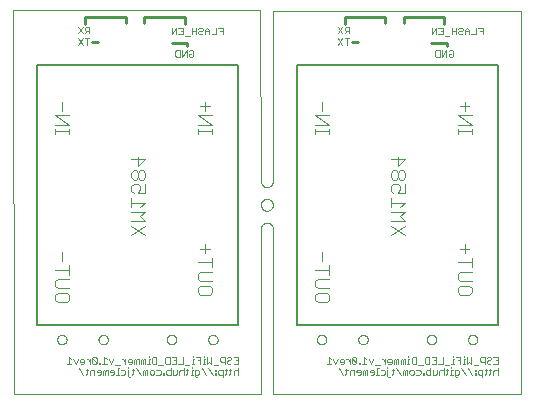
<source format=gbo>
G75*
%MOIN*%
%OFA0B0*%
%FSLAX25Y25*%
%IPPOS*%
%LPD*%
%AMOC8*
5,1,8,0,0,1.08239X$1,22.5*
%
%ADD10C,0.00394*%
%ADD11C,0.01000*%
%ADD12C,0.00200*%
%ADD13C,0.00000*%
%ADD14C,0.00500*%
%ADD15C,0.00400*%
D10*
X0001394Y0001197D02*
X0001197Y0129031D01*
X0083559Y0129031D01*
X0083756Y0072063D01*
X0083755Y0072063D02*
X0083757Y0071976D01*
X0083763Y0071889D01*
X0083772Y0071802D01*
X0083786Y0071716D01*
X0083803Y0071631D01*
X0083824Y0071546D01*
X0083849Y0071463D01*
X0083877Y0071380D01*
X0083909Y0071299D01*
X0083945Y0071220D01*
X0083984Y0071142D01*
X0084026Y0071066D01*
X0084072Y0070992D01*
X0084121Y0070920D01*
X0084173Y0070850D01*
X0084228Y0070783D01*
X0084286Y0070718D01*
X0084347Y0070655D01*
X0084411Y0070596D01*
X0084477Y0070539D01*
X0084546Y0070486D01*
X0084617Y0070435D01*
X0084690Y0070388D01*
X0084765Y0070343D01*
X0084842Y0070303D01*
X0084920Y0070265D01*
X0085001Y0070232D01*
X0085082Y0070201D01*
X0085165Y0070175D01*
X0085250Y0070152D01*
X0085335Y0070133D01*
X0085420Y0070118D01*
X0085507Y0070106D01*
X0085593Y0070098D01*
X0085680Y0070094D01*
X0085768Y0070094D01*
X0085855Y0070098D01*
X0085941Y0070106D01*
X0086028Y0070118D01*
X0086113Y0070133D01*
X0086198Y0070152D01*
X0086283Y0070175D01*
X0086366Y0070201D01*
X0086447Y0070232D01*
X0086528Y0070265D01*
X0086606Y0070303D01*
X0086683Y0070343D01*
X0086758Y0070388D01*
X0086831Y0070435D01*
X0086902Y0070486D01*
X0086971Y0070539D01*
X0087037Y0070596D01*
X0087101Y0070655D01*
X0087162Y0070718D01*
X0087220Y0070783D01*
X0087275Y0070850D01*
X0087327Y0070920D01*
X0087376Y0070992D01*
X0087422Y0071066D01*
X0087464Y0071142D01*
X0087503Y0071220D01*
X0087539Y0071299D01*
X0087571Y0071380D01*
X0087599Y0071463D01*
X0087624Y0071546D01*
X0087645Y0071631D01*
X0087662Y0071716D01*
X0087676Y0071802D01*
X0087685Y0071889D01*
X0087691Y0071976D01*
X0087693Y0072063D01*
X0087693Y0128874D01*
X0170370Y0128874D01*
X0170370Y0001197D01*
X0087693Y0001197D01*
X0087693Y0056315D01*
X0087691Y0056402D01*
X0087685Y0056489D01*
X0087676Y0056576D01*
X0087662Y0056662D01*
X0087645Y0056747D01*
X0087624Y0056832D01*
X0087599Y0056915D01*
X0087571Y0056998D01*
X0087539Y0057079D01*
X0087503Y0057158D01*
X0087464Y0057236D01*
X0087422Y0057312D01*
X0087376Y0057386D01*
X0087327Y0057458D01*
X0087275Y0057528D01*
X0087220Y0057595D01*
X0087162Y0057660D01*
X0087101Y0057723D01*
X0087037Y0057782D01*
X0086971Y0057839D01*
X0086902Y0057892D01*
X0086831Y0057943D01*
X0086758Y0057990D01*
X0086683Y0058035D01*
X0086606Y0058075D01*
X0086528Y0058113D01*
X0086447Y0058146D01*
X0086366Y0058177D01*
X0086283Y0058203D01*
X0086198Y0058226D01*
X0086113Y0058245D01*
X0086028Y0058260D01*
X0085941Y0058272D01*
X0085855Y0058280D01*
X0085768Y0058284D01*
X0085680Y0058284D01*
X0085593Y0058280D01*
X0085507Y0058272D01*
X0085420Y0058260D01*
X0085335Y0058245D01*
X0085250Y0058226D01*
X0085165Y0058203D01*
X0085082Y0058177D01*
X0085001Y0058146D01*
X0084920Y0058113D01*
X0084842Y0058075D01*
X0084765Y0058035D01*
X0084690Y0057990D01*
X0084617Y0057943D01*
X0084546Y0057892D01*
X0084477Y0057839D01*
X0084411Y0057782D01*
X0084347Y0057723D01*
X0084286Y0057660D01*
X0084228Y0057595D01*
X0084173Y0057528D01*
X0084121Y0057458D01*
X0084072Y0057386D01*
X0084026Y0057312D01*
X0083984Y0057236D01*
X0083945Y0057158D01*
X0083909Y0057079D01*
X0083877Y0056998D01*
X0083849Y0056915D01*
X0083824Y0056832D01*
X0083803Y0056747D01*
X0083786Y0056662D01*
X0083772Y0056576D01*
X0083763Y0056489D01*
X0083757Y0056402D01*
X0083755Y0056315D01*
X0083756Y0056315D02*
X0083756Y0001197D01*
X0001394Y0001197D01*
X0083755Y0064189D02*
X0083757Y0064277D01*
X0083763Y0064365D01*
X0083773Y0064453D01*
X0083787Y0064541D01*
X0083804Y0064627D01*
X0083826Y0064713D01*
X0083851Y0064797D01*
X0083881Y0064881D01*
X0083913Y0064963D01*
X0083950Y0065043D01*
X0083990Y0065122D01*
X0084034Y0065199D01*
X0084081Y0065274D01*
X0084131Y0065346D01*
X0084185Y0065417D01*
X0084241Y0065484D01*
X0084301Y0065550D01*
X0084363Y0065612D01*
X0084429Y0065672D01*
X0084496Y0065728D01*
X0084567Y0065782D01*
X0084639Y0065832D01*
X0084714Y0065879D01*
X0084791Y0065923D01*
X0084870Y0065963D01*
X0084950Y0066000D01*
X0085032Y0066032D01*
X0085116Y0066062D01*
X0085200Y0066087D01*
X0085286Y0066109D01*
X0085372Y0066126D01*
X0085460Y0066140D01*
X0085548Y0066150D01*
X0085636Y0066156D01*
X0085724Y0066158D01*
X0085812Y0066156D01*
X0085900Y0066150D01*
X0085988Y0066140D01*
X0086076Y0066126D01*
X0086162Y0066109D01*
X0086248Y0066087D01*
X0086332Y0066062D01*
X0086416Y0066032D01*
X0086498Y0066000D01*
X0086578Y0065963D01*
X0086657Y0065923D01*
X0086734Y0065879D01*
X0086809Y0065832D01*
X0086881Y0065782D01*
X0086952Y0065728D01*
X0087019Y0065672D01*
X0087085Y0065612D01*
X0087147Y0065550D01*
X0087207Y0065484D01*
X0087263Y0065417D01*
X0087317Y0065346D01*
X0087367Y0065274D01*
X0087414Y0065199D01*
X0087458Y0065122D01*
X0087498Y0065043D01*
X0087535Y0064963D01*
X0087567Y0064881D01*
X0087597Y0064797D01*
X0087622Y0064713D01*
X0087644Y0064627D01*
X0087661Y0064541D01*
X0087675Y0064453D01*
X0087685Y0064365D01*
X0087691Y0064277D01*
X0087693Y0064189D01*
X0087691Y0064101D01*
X0087685Y0064013D01*
X0087675Y0063925D01*
X0087661Y0063837D01*
X0087644Y0063751D01*
X0087622Y0063665D01*
X0087597Y0063581D01*
X0087567Y0063497D01*
X0087535Y0063415D01*
X0087498Y0063335D01*
X0087458Y0063256D01*
X0087414Y0063179D01*
X0087367Y0063104D01*
X0087317Y0063032D01*
X0087263Y0062961D01*
X0087207Y0062894D01*
X0087147Y0062828D01*
X0087085Y0062766D01*
X0087019Y0062706D01*
X0086952Y0062650D01*
X0086881Y0062596D01*
X0086809Y0062546D01*
X0086734Y0062499D01*
X0086657Y0062455D01*
X0086578Y0062415D01*
X0086498Y0062378D01*
X0086416Y0062346D01*
X0086332Y0062316D01*
X0086248Y0062291D01*
X0086162Y0062269D01*
X0086076Y0062252D01*
X0085988Y0062238D01*
X0085900Y0062228D01*
X0085812Y0062222D01*
X0085724Y0062220D01*
X0085636Y0062222D01*
X0085548Y0062228D01*
X0085460Y0062238D01*
X0085372Y0062252D01*
X0085286Y0062269D01*
X0085200Y0062291D01*
X0085116Y0062316D01*
X0085032Y0062346D01*
X0084950Y0062378D01*
X0084870Y0062415D01*
X0084791Y0062455D01*
X0084714Y0062499D01*
X0084639Y0062546D01*
X0084567Y0062596D01*
X0084496Y0062650D01*
X0084429Y0062706D01*
X0084363Y0062766D01*
X0084301Y0062828D01*
X0084241Y0062894D01*
X0084185Y0062961D01*
X0084131Y0063032D01*
X0084081Y0063104D01*
X0084034Y0063179D01*
X0083990Y0063256D01*
X0083950Y0063335D01*
X0083913Y0063415D01*
X0083881Y0063497D01*
X0083851Y0063581D01*
X0083826Y0063665D01*
X0083804Y0063751D01*
X0083787Y0063837D01*
X0083773Y0063925D01*
X0083763Y0064013D01*
X0083757Y0064101D01*
X0083755Y0064189D01*
D11*
X0059071Y0116984D02*
X0059071Y0118165D01*
X0053953Y0118165D01*
X0058283Y0124465D02*
X0058283Y0126827D01*
X0044898Y0126827D01*
X0044898Y0124858D01*
X0038598Y0124858D02*
X0038598Y0126827D01*
X0025213Y0126827D01*
X0025213Y0124465D01*
X0027575Y0118559D02*
X0029543Y0118559D01*
X0111827Y0124465D02*
X0111827Y0126827D01*
X0125213Y0126827D01*
X0125213Y0124858D01*
X0131512Y0124858D02*
X0131512Y0126827D01*
X0144898Y0126827D01*
X0144898Y0124465D01*
X0145685Y0118165D02*
X0140567Y0118165D01*
X0145685Y0118165D02*
X0145685Y0116984D01*
X0116157Y0118559D02*
X0114189Y0118559D01*
D12*
X0113105Y0119640D02*
X0111637Y0119640D01*
X0112371Y0119640D02*
X0112371Y0117439D01*
X0110895Y0117439D02*
X0109427Y0119640D01*
X0110895Y0119640D02*
X0109427Y0117439D01*
X0109427Y0121376D02*
X0110895Y0123577D01*
X0111637Y0123210D02*
X0111637Y0122477D01*
X0112004Y0122110D01*
X0113105Y0122110D01*
X0112371Y0122110D02*
X0111637Y0121376D01*
X0110895Y0121376D02*
X0109427Y0123577D01*
X0111637Y0123210D02*
X0112004Y0123577D01*
X0113105Y0123577D01*
X0113105Y0121376D01*
X0140656Y0120982D02*
X0140656Y0123184D01*
X0142124Y0123184D02*
X0140656Y0120982D01*
X0142124Y0120982D02*
X0142124Y0123184D01*
X0142866Y0123184D02*
X0144334Y0123184D01*
X0144334Y0120982D01*
X0142866Y0120982D01*
X0143600Y0122083D02*
X0144334Y0122083D01*
X0145076Y0120615D02*
X0146544Y0120615D01*
X0147285Y0120982D02*
X0147285Y0123184D01*
X0147285Y0122083D02*
X0148753Y0122083D01*
X0149495Y0121716D02*
X0149495Y0121349D01*
X0149862Y0120982D01*
X0150596Y0120982D01*
X0150963Y0121349D01*
X0150596Y0122083D02*
X0149862Y0122083D01*
X0149495Y0121716D01*
X0148753Y0120982D02*
X0148753Y0123184D01*
X0149495Y0122817D02*
X0149862Y0123184D01*
X0150596Y0123184D01*
X0150963Y0122817D01*
X0150963Y0122450D01*
X0150596Y0122083D01*
X0151705Y0122083D02*
X0153173Y0122083D01*
X0153173Y0122450D02*
X0152439Y0123184D01*
X0151705Y0122450D01*
X0151705Y0120982D01*
X0153173Y0120982D02*
X0153173Y0122450D01*
X0153915Y0120982D02*
X0155383Y0120982D01*
X0155383Y0123184D01*
X0156125Y0123184D02*
X0157593Y0123184D01*
X0157593Y0120982D01*
X0157593Y0122083D02*
X0156859Y0122083D01*
X0147750Y0115336D02*
X0147750Y0113869D01*
X0147383Y0113502D01*
X0146649Y0113502D01*
X0146282Y0113869D01*
X0146282Y0114603D01*
X0147016Y0114603D01*
X0146282Y0115336D02*
X0146649Y0115703D01*
X0147383Y0115703D01*
X0147750Y0115336D01*
X0145541Y0115703D02*
X0145541Y0113502D01*
X0144073Y0113502D02*
X0144073Y0115703D01*
X0143331Y0115703D02*
X0142230Y0115703D01*
X0141863Y0115336D01*
X0141863Y0113869D01*
X0142230Y0113502D01*
X0143331Y0113502D01*
X0143331Y0115703D01*
X0145541Y0115703D02*
X0144073Y0113502D01*
X0070979Y0120982D02*
X0070979Y0123184D01*
X0069511Y0123184D01*
X0068769Y0123184D02*
X0068769Y0120982D01*
X0067301Y0120982D01*
X0066559Y0120982D02*
X0066559Y0122450D01*
X0065825Y0123184D01*
X0065091Y0122450D01*
X0065091Y0120982D01*
X0064349Y0121349D02*
X0063982Y0120982D01*
X0063248Y0120982D01*
X0062881Y0121349D01*
X0062881Y0121716D01*
X0063248Y0122083D01*
X0063982Y0122083D01*
X0064349Y0122450D01*
X0064349Y0122817D01*
X0063982Y0123184D01*
X0063248Y0123184D01*
X0062881Y0122817D01*
X0062139Y0123184D02*
X0062139Y0120982D01*
X0062139Y0122083D02*
X0060671Y0122083D01*
X0060671Y0123184D02*
X0060671Y0120982D01*
X0059929Y0120615D02*
X0058461Y0120615D01*
X0057719Y0120982D02*
X0056252Y0120982D01*
X0055510Y0120982D02*
X0055510Y0123184D01*
X0054042Y0120982D01*
X0054042Y0123184D01*
X0056252Y0123184D02*
X0057719Y0123184D01*
X0057719Y0120982D01*
X0057719Y0122083D02*
X0056986Y0122083D01*
X0056716Y0115703D02*
X0055616Y0115703D01*
X0055249Y0115336D01*
X0055249Y0113869D01*
X0055616Y0113502D01*
X0056716Y0113502D01*
X0056716Y0115703D01*
X0057458Y0115703D02*
X0057458Y0113502D01*
X0058926Y0115703D01*
X0058926Y0113502D01*
X0059668Y0113869D02*
X0059668Y0114603D01*
X0060402Y0114603D01*
X0059668Y0115336D02*
X0060035Y0115703D01*
X0060769Y0115703D01*
X0061136Y0115336D01*
X0061136Y0113869D01*
X0060769Y0113502D01*
X0060035Y0113502D01*
X0059668Y0113869D01*
X0065091Y0122083D02*
X0066559Y0122083D01*
X0070245Y0122083D02*
X0070979Y0122083D01*
X0026491Y0122110D02*
X0025390Y0122110D01*
X0025023Y0122477D01*
X0025023Y0123210D01*
X0025390Y0123577D01*
X0026491Y0123577D01*
X0026491Y0121376D01*
X0025757Y0122110D02*
X0025023Y0121376D01*
X0024281Y0121376D02*
X0022813Y0123577D01*
X0024281Y0123577D02*
X0022813Y0121376D01*
X0022813Y0119640D02*
X0024281Y0117439D01*
X0022813Y0117439D02*
X0024281Y0119640D01*
X0025023Y0119640D02*
X0026491Y0119640D01*
X0025757Y0119640D02*
X0025757Y0117439D01*
X0027852Y0013398D02*
X0027485Y0013031D01*
X0028953Y0011563D01*
X0028586Y0011196D01*
X0027852Y0011196D01*
X0027485Y0011563D01*
X0027485Y0013031D01*
X0027852Y0013398D02*
X0028586Y0013398D01*
X0028953Y0013031D01*
X0028953Y0011563D01*
X0029691Y0011563D02*
X0029691Y0011196D01*
X0030058Y0011196D01*
X0030058Y0011563D01*
X0029691Y0011563D01*
X0030800Y0011196D02*
X0032268Y0011196D01*
X0031534Y0011196D02*
X0031534Y0013398D01*
X0032268Y0012664D01*
X0033010Y0012664D02*
X0033743Y0011196D01*
X0034477Y0012664D01*
X0035219Y0010829D02*
X0036687Y0010829D01*
X0036319Y0009798D02*
X0035952Y0009798D01*
X0035952Y0007596D01*
X0036319Y0007596D02*
X0035585Y0007596D01*
X0034846Y0007963D02*
X0034479Y0007596D01*
X0033745Y0007596D01*
X0033378Y0008330D02*
X0034846Y0008330D01*
X0034846Y0007963D02*
X0034846Y0008697D01*
X0034479Y0009064D01*
X0033745Y0009064D01*
X0033378Y0008697D01*
X0033378Y0008330D01*
X0032636Y0007596D02*
X0032636Y0009064D01*
X0032269Y0009064D01*
X0031902Y0008697D01*
X0031535Y0009064D01*
X0031168Y0008697D01*
X0031168Y0007596D01*
X0031902Y0007596D02*
X0031902Y0008697D01*
X0030426Y0008697D02*
X0030059Y0009064D01*
X0029325Y0009064D01*
X0028958Y0008697D01*
X0028958Y0008330D01*
X0030426Y0008330D01*
X0030426Y0007963D02*
X0030426Y0008697D01*
X0030426Y0007963D02*
X0030059Y0007596D01*
X0029325Y0007596D01*
X0028216Y0007596D02*
X0028216Y0009064D01*
X0027115Y0009064D01*
X0026748Y0008697D01*
X0026748Y0007596D01*
X0025639Y0007963D02*
X0025272Y0007596D01*
X0025639Y0007963D02*
X0025639Y0009431D01*
X0026006Y0009064D02*
X0025272Y0009064D01*
X0024533Y0007596D02*
X0023065Y0009798D01*
X0023800Y0011196D02*
X0024534Y0011196D01*
X0024901Y0011563D01*
X0024901Y0012297D01*
X0024534Y0012664D01*
X0023800Y0012664D01*
X0023433Y0012297D01*
X0023433Y0011930D01*
X0024901Y0011930D01*
X0025642Y0012664D02*
X0026009Y0012664D01*
X0026743Y0011930D01*
X0026743Y0011196D02*
X0026743Y0012664D01*
X0022691Y0012664D02*
X0021957Y0011196D01*
X0021224Y0012664D01*
X0020482Y0012664D02*
X0019748Y0013398D01*
X0019748Y0011196D01*
X0020482Y0011196D02*
X0019014Y0011196D01*
X0037061Y0009064D02*
X0038162Y0009064D01*
X0038529Y0008697D01*
X0038529Y0007963D01*
X0038162Y0007596D01*
X0037061Y0007596D01*
X0039268Y0007229D02*
X0039268Y0009064D01*
X0039268Y0009798D02*
X0039268Y0010165D01*
X0039638Y0011196D02*
X0040372Y0011196D01*
X0040739Y0011563D01*
X0040739Y0012297D01*
X0040372Y0012664D01*
X0039638Y0012664D01*
X0039271Y0012297D01*
X0039271Y0011930D01*
X0040739Y0011930D01*
X0041481Y0012297D02*
X0041481Y0011196D01*
X0042215Y0011196D02*
X0042215Y0012297D01*
X0041848Y0012664D01*
X0041481Y0012297D01*
X0042215Y0012297D02*
X0042582Y0012664D01*
X0042949Y0012664D01*
X0042949Y0011196D01*
X0043691Y0011196D02*
X0043691Y0012297D01*
X0044058Y0012664D01*
X0044425Y0012297D01*
X0044425Y0011196D01*
X0045159Y0011196D02*
X0045159Y0012664D01*
X0044792Y0012664D01*
X0044425Y0012297D01*
X0045898Y0011196D02*
X0046632Y0011196D01*
X0046265Y0011196D02*
X0046265Y0012664D01*
X0046632Y0012664D01*
X0046265Y0013398D02*
X0046265Y0013765D01*
X0047374Y0013031D02*
X0047374Y0011563D01*
X0047741Y0011196D01*
X0048842Y0011196D01*
X0048842Y0013398D01*
X0047741Y0013398D01*
X0047374Y0013031D01*
X0049584Y0010829D02*
X0051052Y0010829D01*
X0051794Y0011563D02*
X0051794Y0013031D01*
X0052160Y0013398D01*
X0053261Y0013398D01*
X0053261Y0011196D01*
X0052160Y0011196D01*
X0051794Y0011563D01*
X0054003Y0011196D02*
X0055471Y0011196D01*
X0055471Y0013398D01*
X0054003Y0013398D01*
X0054737Y0012297D02*
X0055471Y0012297D01*
X0056213Y0011196D02*
X0057681Y0011196D01*
X0057681Y0013398D01*
X0058423Y0010829D02*
X0059891Y0010829D01*
X0060630Y0011196D02*
X0061364Y0011196D01*
X0060997Y0011196D02*
X0060997Y0012664D01*
X0061364Y0012664D01*
X0060997Y0013398D02*
X0060997Y0013765D01*
X0062106Y0013398D02*
X0063574Y0013398D01*
X0063574Y0011196D01*
X0064313Y0011196D02*
X0065047Y0011196D01*
X0064680Y0011196D02*
X0064680Y0012664D01*
X0065047Y0012664D01*
X0064680Y0013398D02*
X0064680Y0013765D01*
X0065789Y0013398D02*
X0065789Y0011196D01*
X0066523Y0011930D01*
X0067257Y0011196D01*
X0067257Y0013398D01*
X0067999Y0010829D02*
X0069467Y0010829D01*
X0070576Y0011930D02*
X0070209Y0012297D01*
X0070209Y0013031D01*
X0070576Y0013398D01*
X0071677Y0013398D01*
X0071677Y0011196D01*
X0071677Y0011930D02*
X0070576Y0011930D01*
X0072419Y0011930D02*
X0072786Y0012297D01*
X0073520Y0012297D01*
X0073887Y0012664D01*
X0073887Y0013031D01*
X0073520Y0013398D01*
X0072786Y0013398D01*
X0072419Y0013031D01*
X0072419Y0011930D02*
X0072419Y0011563D01*
X0072786Y0011196D01*
X0073520Y0011196D01*
X0073887Y0011563D01*
X0074629Y0011196D02*
X0076097Y0011196D01*
X0076097Y0013398D01*
X0074629Y0013398D01*
X0075363Y0012297D02*
X0076097Y0012297D01*
X0076097Y0009798D02*
X0076097Y0007596D01*
X0076097Y0008697D02*
X0075730Y0009064D01*
X0074996Y0009064D01*
X0074629Y0008697D01*
X0074629Y0007596D01*
X0073520Y0007963D02*
X0073153Y0007596D01*
X0073520Y0007963D02*
X0073520Y0009431D01*
X0073887Y0009064D02*
X0073153Y0009064D01*
X0072414Y0009064D02*
X0071680Y0009064D01*
X0072047Y0009431D02*
X0072047Y0007963D01*
X0071680Y0007596D01*
X0070940Y0007596D02*
X0069840Y0007596D01*
X0069473Y0007963D01*
X0069473Y0008697D01*
X0069840Y0009064D01*
X0070940Y0009064D01*
X0070940Y0006862D01*
X0068731Y0007596D02*
X0068731Y0007963D01*
X0068364Y0007963D01*
X0068364Y0007596D01*
X0068731Y0007596D01*
X0068731Y0008697D02*
X0068364Y0008697D01*
X0068364Y0009064D01*
X0068731Y0009064D01*
X0068731Y0008697D01*
X0067626Y0007596D02*
X0066158Y0009798D01*
X0063948Y0009798D02*
X0065416Y0007596D01*
X0063206Y0007963D02*
X0062839Y0007596D01*
X0061738Y0007596D01*
X0061738Y0007229D02*
X0061738Y0009064D01*
X0062839Y0009064D01*
X0063206Y0008697D01*
X0063206Y0007963D01*
X0062472Y0006862D02*
X0062105Y0006862D01*
X0061738Y0007229D01*
X0060996Y0007596D02*
X0060262Y0007596D01*
X0060629Y0007596D02*
X0060629Y0009064D01*
X0060996Y0009064D01*
X0060629Y0009798D02*
X0060629Y0010165D01*
X0059523Y0009064D02*
X0058789Y0009064D01*
X0059156Y0009431D02*
X0059156Y0007963D01*
X0058789Y0007596D01*
X0058050Y0007596D02*
X0058050Y0009798D01*
X0057683Y0009064D02*
X0056949Y0009064D01*
X0056582Y0008697D01*
X0056582Y0007596D01*
X0055840Y0007963D02*
X0055473Y0007596D01*
X0054372Y0007596D01*
X0054372Y0009064D01*
X0053630Y0009064D02*
X0052529Y0009064D01*
X0052162Y0008697D01*
X0052162Y0007963D01*
X0052529Y0007596D01*
X0053630Y0007596D01*
X0053630Y0009798D01*
X0055840Y0009064D02*
X0055840Y0007963D01*
X0057683Y0009064D02*
X0058050Y0008697D01*
X0062840Y0012297D02*
X0063574Y0012297D01*
X0051420Y0007963D02*
X0051420Y0007596D01*
X0051053Y0007596D01*
X0051053Y0007963D01*
X0051420Y0007963D01*
X0050315Y0007963D02*
X0049948Y0007596D01*
X0048847Y0007596D01*
X0048105Y0007963D02*
X0047738Y0007596D01*
X0047004Y0007596D01*
X0046637Y0007963D01*
X0046637Y0008697D01*
X0047004Y0009064D01*
X0047738Y0009064D01*
X0048105Y0008697D01*
X0048105Y0007963D01*
X0048847Y0009064D02*
X0049948Y0009064D01*
X0050315Y0008697D01*
X0050315Y0007963D01*
X0045895Y0007596D02*
X0045895Y0009064D01*
X0045528Y0009064D01*
X0045161Y0008697D01*
X0044794Y0009064D01*
X0044427Y0008697D01*
X0044427Y0007596D01*
X0045161Y0007596D02*
X0045161Y0008697D01*
X0043685Y0007596D02*
X0042217Y0009798D01*
X0041475Y0009064D02*
X0040741Y0009064D01*
X0041108Y0009431D02*
X0041108Y0007963D01*
X0040741Y0007596D01*
X0040002Y0006862D02*
X0039635Y0006862D01*
X0039268Y0007229D01*
X0038529Y0011196D02*
X0038529Y0012664D01*
X0038529Y0011930D02*
X0037795Y0012664D01*
X0037428Y0012664D01*
X0105628Y0011196D02*
X0107096Y0011196D01*
X0106362Y0011196D02*
X0106362Y0013398D01*
X0107096Y0012664D01*
X0107838Y0012664D02*
X0108572Y0011196D01*
X0109306Y0012664D01*
X0110048Y0012297D02*
X0110048Y0011930D01*
X0111515Y0011930D01*
X0111515Y0011563D02*
X0111515Y0012297D01*
X0111148Y0012664D01*
X0110415Y0012664D01*
X0110048Y0012297D01*
X0110415Y0011196D02*
X0111148Y0011196D01*
X0111515Y0011563D01*
X0112256Y0012664D02*
X0112623Y0012664D01*
X0113357Y0011930D01*
X0113357Y0011196D02*
X0113357Y0012664D01*
X0114099Y0013031D02*
X0115567Y0011563D01*
X0115200Y0011196D01*
X0114466Y0011196D01*
X0114099Y0011563D01*
X0114099Y0013031D01*
X0114466Y0013398D01*
X0115200Y0013398D01*
X0115567Y0013031D01*
X0115567Y0011563D01*
X0116305Y0011563D02*
X0116305Y0011196D01*
X0116672Y0011196D01*
X0116672Y0011563D01*
X0116305Y0011563D01*
X0117414Y0011196D02*
X0118882Y0011196D01*
X0118148Y0011196D02*
X0118148Y0013398D01*
X0118882Y0012664D01*
X0119624Y0012664D02*
X0120358Y0011196D01*
X0121092Y0012664D01*
X0121834Y0010829D02*
X0123302Y0010829D01*
X0122933Y0009798D02*
X0122566Y0009798D01*
X0122566Y0007596D01*
X0122933Y0007596D02*
X0122199Y0007596D01*
X0121460Y0007963D02*
X0121460Y0008697D01*
X0121093Y0009064D01*
X0120359Y0009064D01*
X0119992Y0008697D01*
X0119992Y0008330D01*
X0121460Y0008330D01*
X0121460Y0007963D02*
X0121093Y0007596D01*
X0120359Y0007596D01*
X0119250Y0007596D02*
X0119250Y0009064D01*
X0118883Y0009064D01*
X0118516Y0008697D01*
X0118149Y0009064D01*
X0117782Y0008697D01*
X0117782Y0007596D01*
X0118516Y0007596D02*
X0118516Y0008697D01*
X0117040Y0008697D02*
X0116673Y0009064D01*
X0115939Y0009064D01*
X0115572Y0008697D01*
X0115572Y0008330D01*
X0117040Y0008330D01*
X0117040Y0007963D02*
X0117040Y0008697D01*
X0117040Y0007963D02*
X0116673Y0007596D01*
X0115939Y0007596D01*
X0114830Y0007596D02*
X0114830Y0009064D01*
X0113729Y0009064D01*
X0113362Y0008697D01*
X0113362Y0007596D01*
X0112253Y0007963D02*
X0111886Y0007596D01*
X0112253Y0007963D02*
X0112253Y0009431D01*
X0112620Y0009064D02*
X0111886Y0009064D01*
X0111147Y0007596D02*
X0109679Y0009798D01*
X0123675Y0009064D02*
X0124776Y0009064D01*
X0125143Y0008697D01*
X0125143Y0007963D01*
X0124776Y0007596D01*
X0123675Y0007596D01*
X0125882Y0007229D02*
X0125882Y0009064D01*
X0125882Y0009798D02*
X0125882Y0010165D01*
X0126252Y0011196D02*
X0126986Y0011196D01*
X0127353Y0011563D01*
X0127353Y0012297D01*
X0126986Y0012664D01*
X0126252Y0012664D01*
X0125885Y0012297D01*
X0125885Y0011930D01*
X0127353Y0011930D01*
X0128095Y0012297D02*
X0128095Y0011196D01*
X0128829Y0011196D02*
X0128829Y0012297D01*
X0128462Y0012664D01*
X0128095Y0012297D01*
X0128829Y0012297D02*
X0129196Y0012664D01*
X0129563Y0012664D01*
X0129563Y0011196D01*
X0130305Y0011196D02*
X0130305Y0012297D01*
X0130672Y0012664D01*
X0131039Y0012297D01*
X0131039Y0011196D01*
X0131773Y0011196D02*
X0131773Y0012664D01*
X0131406Y0012664D01*
X0131039Y0012297D01*
X0132512Y0011196D02*
X0133246Y0011196D01*
X0132879Y0011196D02*
X0132879Y0012664D01*
X0133246Y0012664D01*
X0132879Y0013398D02*
X0132879Y0013765D01*
X0133988Y0013031D02*
X0133988Y0011563D01*
X0134355Y0011196D01*
X0135456Y0011196D01*
X0135456Y0013398D01*
X0134355Y0013398D01*
X0133988Y0013031D01*
X0136198Y0010829D02*
X0137666Y0010829D01*
X0138408Y0011563D02*
X0138408Y0013031D01*
X0138775Y0013398D01*
X0139876Y0013398D01*
X0139876Y0011196D01*
X0138775Y0011196D01*
X0138408Y0011563D01*
X0140618Y0011196D02*
X0142085Y0011196D01*
X0142085Y0013398D01*
X0140618Y0013398D01*
X0141352Y0012297D02*
X0142085Y0012297D01*
X0142827Y0011196D02*
X0144295Y0011196D01*
X0144295Y0013398D01*
X0145037Y0010829D02*
X0146505Y0010829D01*
X0147245Y0011196D02*
X0147978Y0011196D01*
X0147612Y0011196D02*
X0147612Y0012664D01*
X0147978Y0012664D01*
X0147612Y0013398D02*
X0147612Y0013765D01*
X0148720Y0013398D02*
X0150188Y0013398D01*
X0150188Y0011196D01*
X0150928Y0011196D02*
X0151662Y0011196D01*
X0151295Y0011196D02*
X0151295Y0012664D01*
X0151662Y0012664D01*
X0151295Y0013398D02*
X0151295Y0013765D01*
X0152404Y0013398D02*
X0152404Y0011196D01*
X0153138Y0011930D01*
X0153872Y0011196D01*
X0153872Y0013398D01*
X0154613Y0010829D02*
X0156081Y0010829D01*
X0157190Y0011930D02*
X0156823Y0012297D01*
X0156823Y0013031D01*
X0157190Y0013398D01*
X0158291Y0013398D01*
X0158291Y0011196D01*
X0158291Y0011930D02*
X0157190Y0011930D01*
X0159033Y0011930D02*
X0159400Y0012297D01*
X0160134Y0012297D01*
X0160501Y0012664D01*
X0160501Y0013031D01*
X0160134Y0013398D01*
X0159400Y0013398D01*
X0159033Y0013031D01*
X0159033Y0011930D02*
X0159033Y0011563D01*
X0159400Y0011196D01*
X0160134Y0011196D01*
X0160501Y0011563D01*
X0161243Y0011196D02*
X0162711Y0011196D01*
X0162711Y0013398D01*
X0161243Y0013398D01*
X0161977Y0012297D02*
X0162711Y0012297D01*
X0162711Y0009798D02*
X0162711Y0007596D01*
X0162711Y0008697D02*
X0162344Y0009064D01*
X0161610Y0009064D01*
X0161243Y0008697D01*
X0161243Y0007596D01*
X0160134Y0007963D02*
X0159767Y0007596D01*
X0160134Y0007963D02*
X0160134Y0009431D01*
X0160501Y0009064D02*
X0159767Y0009064D01*
X0159028Y0009064D02*
X0158294Y0009064D01*
X0158661Y0009431D02*
X0158661Y0007963D01*
X0158294Y0007596D01*
X0157555Y0007596D02*
X0156454Y0007596D01*
X0156087Y0007963D01*
X0156087Y0008697D01*
X0156454Y0009064D01*
X0157555Y0009064D01*
X0157555Y0006862D01*
X0155345Y0007596D02*
X0155345Y0007963D01*
X0154978Y0007963D01*
X0154978Y0007596D01*
X0155345Y0007596D01*
X0155345Y0008697D02*
X0155345Y0009064D01*
X0154978Y0009064D01*
X0154978Y0008697D01*
X0155345Y0008697D01*
X0154240Y0007596D02*
X0152772Y0009798D01*
X0150562Y0009798D02*
X0152030Y0007596D01*
X0149820Y0007963D02*
X0149453Y0007596D01*
X0148352Y0007596D01*
X0148352Y0007229D02*
X0148352Y0009064D01*
X0149453Y0009064D01*
X0149820Y0008697D01*
X0149820Y0007963D01*
X0149086Y0006862D02*
X0148719Y0006862D01*
X0148352Y0007229D01*
X0147610Y0007596D02*
X0146876Y0007596D01*
X0147243Y0007596D02*
X0147243Y0009064D01*
X0147610Y0009064D01*
X0147243Y0009798D02*
X0147243Y0010165D01*
X0146137Y0009064D02*
X0145403Y0009064D01*
X0145770Y0009431D02*
X0145770Y0007963D01*
X0145403Y0007596D01*
X0144664Y0007596D02*
X0144664Y0009798D01*
X0144297Y0009064D02*
X0143563Y0009064D01*
X0143196Y0008697D01*
X0143196Y0007596D01*
X0142454Y0007963D02*
X0142087Y0007596D01*
X0140986Y0007596D01*
X0140986Y0009064D01*
X0140244Y0009064D02*
X0139143Y0009064D01*
X0138776Y0008697D01*
X0138776Y0007963D01*
X0139143Y0007596D01*
X0140244Y0007596D01*
X0140244Y0009798D01*
X0138034Y0007963D02*
X0137667Y0007963D01*
X0137667Y0007596D01*
X0138034Y0007596D01*
X0138034Y0007963D01*
X0136929Y0007963D02*
X0136562Y0007596D01*
X0135461Y0007596D01*
X0134719Y0007963D02*
X0134352Y0007596D01*
X0133618Y0007596D01*
X0133251Y0007963D01*
X0133251Y0008697D01*
X0133618Y0009064D01*
X0134352Y0009064D01*
X0134719Y0008697D01*
X0134719Y0007963D01*
X0135461Y0009064D02*
X0136562Y0009064D01*
X0136929Y0008697D01*
X0136929Y0007963D01*
X0132509Y0007596D02*
X0132509Y0009064D01*
X0132142Y0009064D01*
X0131775Y0008697D01*
X0131408Y0009064D01*
X0131041Y0008697D01*
X0131041Y0007596D01*
X0131775Y0007596D02*
X0131775Y0008697D01*
X0130299Y0007596D02*
X0128832Y0009798D01*
X0128090Y0009064D02*
X0127356Y0009064D01*
X0127723Y0009431D02*
X0127723Y0007963D01*
X0127356Y0007596D01*
X0126616Y0006862D02*
X0126249Y0006862D01*
X0125882Y0007229D01*
X0125143Y0011196D02*
X0125143Y0012664D01*
X0124409Y0012664D02*
X0124042Y0012664D01*
X0124409Y0012664D02*
X0125143Y0011930D01*
X0142454Y0009064D02*
X0142454Y0007963D01*
X0144297Y0009064D02*
X0144664Y0008697D01*
X0149454Y0012297D02*
X0150188Y0012297D01*
D13*
X0152771Y0019268D02*
X0152773Y0019347D01*
X0152779Y0019426D01*
X0152789Y0019505D01*
X0152803Y0019583D01*
X0152820Y0019660D01*
X0152842Y0019736D01*
X0152867Y0019811D01*
X0152897Y0019884D01*
X0152929Y0019956D01*
X0152966Y0020027D01*
X0153006Y0020095D01*
X0153049Y0020161D01*
X0153095Y0020225D01*
X0153145Y0020287D01*
X0153198Y0020346D01*
X0153253Y0020402D01*
X0153312Y0020456D01*
X0153373Y0020506D01*
X0153436Y0020554D01*
X0153502Y0020598D01*
X0153570Y0020639D01*
X0153640Y0020676D01*
X0153711Y0020710D01*
X0153785Y0020740D01*
X0153859Y0020766D01*
X0153935Y0020788D01*
X0154012Y0020807D01*
X0154090Y0020822D01*
X0154168Y0020833D01*
X0154247Y0020840D01*
X0154326Y0020843D01*
X0154405Y0020842D01*
X0154484Y0020837D01*
X0154563Y0020828D01*
X0154641Y0020815D01*
X0154718Y0020798D01*
X0154795Y0020778D01*
X0154870Y0020753D01*
X0154944Y0020725D01*
X0155017Y0020693D01*
X0155087Y0020658D01*
X0155156Y0020619D01*
X0155223Y0020576D01*
X0155288Y0020530D01*
X0155350Y0020482D01*
X0155410Y0020430D01*
X0155467Y0020375D01*
X0155521Y0020317D01*
X0155572Y0020257D01*
X0155620Y0020194D01*
X0155665Y0020129D01*
X0155707Y0020061D01*
X0155745Y0019992D01*
X0155779Y0019921D01*
X0155810Y0019848D01*
X0155838Y0019773D01*
X0155861Y0019698D01*
X0155881Y0019621D01*
X0155897Y0019544D01*
X0155909Y0019465D01*
X0155917Y0019387D01*
X0155921Y0019308D01*
X0155921Y0019228D01*
X0155917Y0019149D01*
X0155909Y0019071D01*
X0155897Y0018992D01*
X0155881Y0018915D01*
X0155861Y0018838D01*
X0155838Y0018763D01*
X0155810Y0018688D01*
X0155779Y0018615D01*
X0155745Y0018544D01*
X0155707Y0018475D01*
X0155665Y0018407D01*
X0155620Y0018342D01*
X0155572Y0018279D01*
X0155521Y0018219D01*
X0155467Y0018161D01*
X0155410Y0018106D01*
X0155350Y0018054D01*
X0155288Y0018006D01*
X0155223Y0017960D01*
X0155156Y0017917D01*
X0155087Y0017878D01*
X0155017Y0017843D01*
X0154944Y0017811D01*
X0154870Y0017783D01*
X0154795Y0017758D01*
X0154718Y0017738D01*
X0154641Y0017721D01*
X0154563Y0017708D01*
X0154484Y0017699D01*
X0154405Y0017694D01*
X0154326Y0017693D01*
X0154247Y0017696D01*
X0154168Y0017703D01*
X0154090Y0017714D01*
X0154012Y0017729D01*
X0153935Y0017748D01*
X0153859Y0017770D01*
X0153785Y0017796D01*
X0153711Y0017826D01*
X0153640Y0017860D01*
X0153570Y0017897D01*
X0153502Y0017938D01*
X0153436Y0017982D01*
X0153373Y0018030D01*
X0153312Y0018080D01*
X0153253Y0018134D01*
X0153198Y0018190D01*
X0153145Y0018249D01*
X0153095Y0018311D01*
X0153049Y0018375D01*
X0153006Y0018441D01*
X0152966Y0018509D01*
X0152929Y0018580D01*
X0152897Y0018652D01*
X0152867Y0018725D01*
X0152842Y0018800D01*
X0152820Y0018876D01*
X0152803Y0018953D01*
X0152789Y0019031D01*
X0152779Y0019110D01*
X0152773Y0019189D01*
X0152771Y0019268D01*
X0138992Y0019268D02*
X0138994Y0019347D01*
X0139000Y0019426D01*
X0139010Y0019505D01*
X0139024Y0019583D01*
X0139041Y0019660D01*
X0139063Y0019736D01*
X0139088Y0019811D01*
X0139118Y0019884D01*
X0139150Y0019956D01*
X0139187Y0020027D01*
X0139227Y0020095D01*
X0139270Y0020161D01*
X0139316Y0020225D01*
X0139366Y0020287D01*
X0139419Y0020346D01*
X0139474Y0020402D01*
X0139533Y0020456D01*
X0139594Y0020506D01*
X0139657Y0020554D01*
X0139723Y0020598D01*
X0139791Y0020639D01*
X0139861Y0020676D01*
X0139932Y0020710D01*
X0140006Y0020740D01*
X0140080Y0020766D01*
X0140156Y0020788D01*
X0140233Y0020807D01*
X0140311Y0020822D01*
X0140389Y0020833D01*
X0140468Y0020840D01*
X0140547Y0020843D01*
X0140626Y0020842D01*
X0140705Y0020837D01*
X0140784Y0020828D01*
X0140862Y0020815D01*
X0140939Y0020798D01*
X0141016Y0020778D01*
X0141091Y0020753D01*
X0141165Y0020725D01*
X0141238Y0020693D01*
X0141308Y0020658D01*
X0141377Y0020619D01*
X0141444Y0020576D01*
X0141509Y0020530D01*
X0141571Y0020482D01*
X0141631Y0020430D01*
X0141688Y0020375D01*
X0141742Y0020317D01*
X0141793Y0020257D01*
X0141841Y0020194D01*
X0141886Y0020129D01*
X0141928Y0020061D01*
X0141966Y0019992D01*
X0142000Y0019921D01*
X0142031Y0019848D01*
X0142059Y0019773D01*
X0142082Y0019698D01*
X0142102Y0019621D01*
X0142118Y0019544D01*
X0142130Y0019465D01*
X0142138Y0019387D01*
X0142142Y0019308D01*
X0142142Y0019228D01*
X0142138Y0019149D01*
X0142130Y0019071D01*
X0142118Y0018992D01*
X0142102Y0018915D01*
X0142082Y0018838D01*
X0142059Y0018763D01*
X0142031Y0018688D01*
X0142000Y0018615D01*
X0141966Y0018544D01*
X0141928Y0018475D01*
X0141886Y0018407D01*
X0141841Y0018342D01*
X0141793Y0018279D01*
X0141742Y0018219D01*
X0141688Y0018161D01*
X0141631Y0018106D01*
X0141571Y0018054D01*
X0141509Y0018006D01*
X0141444Y0017960D01*
X0141377Y0017917D01*
X0141308Y0017878D01*
X0141238Y0017843D01*
X0141165Y0017811D01*
X0141091Y0017783D01*
X0141016Y0017758D01*
X0140939Y0017738D01*
X0140862Y0017721D01*
X0140784Y0017708D01*
X0140705Y0017699D01*
X0140626Y0017694D01*
X0140547Y0017693D01*
X0140468Y0017696D01*
X0140389Y0017703D01*
X0140311Y0017714D01*
X0140233Y0017729D01*
X0140156Y0017748D01*
X0140080Y0017770D01*
X0140006Y0017796D01*
X0139932Y0017826D01*
X0139861Y0017860D01*
X0139791Y0017897D01*
X0139723Y0017938D01*
X0139657Y0017982D01*
X0139594Y0018030D01*
X0139533Y0018080D01*
X0139474Y0018134D01*
X0139419Y0018190D01*
X0139366Y0018249D01*
X0139316Y0018311D01*
X0139270Y0018375D01*
X0139227Y0018441D01*
X0139187Y0018509D01*
X0139150Y0018580D01*
X0139118Y0018652D01*
X0139088Y0018725D01*
X0139063Y0018800D01*
X0139041Y0018876D01*
X0139024Y0018953D01*
X0139010Y0019031D01*
X0139000Y0019110D01*
X0138994Y0019189D01*
X0138992Y0019268D01*
X0116197Y0019268D02*
X0116199Y0019347D01*
X0116205Y0019426D01*
X0116215Y0019505D01*
X0116229Y0019583D01*
X0116246Y0019660D01*
X0116268Y0019736D01*
X0116293Y0019811D01*
X0116323Y0019884D01*
X0116355Y0019956D01*
X0116392Y0020027D01*
X0116432Y0020095D01*
X0116475Y0020161D01*
X0116521Y0020225D01*
X0116571Y0020287D01*
X0116624Y0020346D01*
X0116679Y0020402D01*
X0116738Y0020456D01*
X0116799Y0020506D01*
X0116862Y0020554D01*
X0116928Y0020598D01*
X0116996Y0020639D01*
X0117066Y0020676D01*
X0117137Y0020710D01*
X0117211Y0020740D01*
X0117285Y0020766D01*
X0117361Y0020788D01*
X0117438Y0020807D01*
X0117516Y0020822D01*
X0117594Y0020833D01*
X0117673Y0020840D01*
X0117752Y0020843D01*
X0117831Y0020842D01*
X0117910Y0020837D01*
X0117989Y0020828D01*
X0118067Y0020815D01*
X0118144Y0020798D01*
X0118221Y0020778D01*
X0118296Y0020753D01*
X0118370Y0020725D01*
X0118443Y0020693D01*
X0118513Y0020658D01*
X0118582Y0020619D01*
X0118649Y0020576D01*
X0118714Y0020530D01*
X0118776Y0020482D01*
X0118836Y0020430D01*
X0118893Y0020375D01*
X0118947Y0020317D01*
X0118998Y0020257D01*
X0119046Y0020194D01*
X0119091Y0020129D01*
X0119133Y0020061D01*
X0119171Y0019992D01*
X0119205Y0019921D01*
X0119236Y0019848D01*
X0119264Y0019773D01*
X0119287Y0019698D01*
X0119307Y0019621D01*
X0119323Y0019544D01*
X0119335Y0019465D01*
X0119343Y0019387D01*
X0119347Y0019308D01*
X0119347Y0019228D01*
X0119343Y0019149D01*
X0119335Y0019071D01*
X0119323Y0018992D01*
X0119307Y0018915D01*
X0119287Y0018838D01*
X0119264Y0018763D01*
X0119236Y0018688D01*
X0119205Y0018615D01*
X0119171Y0018544D01*
X0119133Y0018475D01*
X0119091Y0018407D01*
X0119046Y0018342D01*
X0118998Y0018279D01*
X0118947Y0018219D01*
X0118893Y0018161D01*
X0118836Y0018106D01*
X0118776Y0018054D01*
X0118714Y0018006D01*
X0118649Y0017960D01*
X0118582Y0017917D01*
X0118513Y0017878D01*
X0118443Y0017843D01*
X0118370Y0017811D01*
X0118296Y0017783D01*
X0118221Y0017758D01*
X0118144Y0017738D01*
X0118067Y0017721D01*
X0117989Y0017708D01*
X0117910Y0017699D01*
X0117831Y0017694D01*
X0117752Y0017693D01*
X0117673Y0017696D01*
X0117594Y0017703D01*
X0117516Y0017714D01*
X0117438Y0017729D01*
X0117361Y0017748D01*
X0117285Y0017770D01*
X0117211Y0017796D01*
X0117137Y0017826D01*
X0117066Y0017860D01*
X0116996Y0017897D01*
X0116928Y0017938D01*
X0116862Y0017982D01*
X0116799Y0018030D01*
X0116738Y0018080D01*
X0116679Y0018134D01*
X0116624Y0018190D01*
X0116571Y0018249D01*
X0116521Y0018311D01*
X0116475Y0018375D01*
X0116432Y0018441D01*
X0116392Y0018509D01*
X0116355Y0018580D01*
X0116323Y0018652D01*
X0116293Y0018725D01*
X0116268Y0018800D01*
X0116246Y0018876D01*
X0116229Y0018953D01*
X0116215Y0019031D01*
X0116205Y0019110D01*
X0116199Y0019189D01*
X0116197Y0019268D01*
X0102417Y0019268D02*
X0102419Y0019347D01*
X0102425Y0019426D01*
X0102435Y0019505D01*
X0102449Y0019583D01*
X0102466Y0019660D01*
X0102488Y0019736D01*
X0102513Y0019811D01*
X0102543Y0019884D01*
X0102575Y0019956D01*
X0102612Y0020027D01*
X0102652Y0020095D01*
X0102695Y0020161D01*
X0102741Y0020225D01*
X0102791Y0020287D01*
X0102844Y0020346D01*
X0102899Y0020402D01*
X0102958Y0020456D01*
X0103019Y0020506D01*
X0103082Y0020554D01*
X0103148Y0020598D01*
X0103216Y0020639D01*
X0103286Y0020676D01*
X0103357Y0020710D01*
X0103431Y0020740D01*
X0103505Y0020766D01*
X0103581Y0020788D01*
X0103658Y0020807D01*
X0103736Y0020822D01*
X0103814Y0020833D01*
X0103893Y0020840D01*
X0103972Y0020843D01*
X0104051Y0020842D01*
X0104130Y0020837D01*
X0104209Y0020828D01*
X0104287Y0020815D01*
X0104364Y0020798D01*
X0104441Y0020778D01*
X0104516Y0020753D01*
X0104590Y0020725D01*
X0104663Y0020693D01*
X0104733Y0020658D01*
X0104802Y0020619D01*
X0104869Y0020576D01*
X0104934Y0020530D01*
X0104996Y0020482D01*
X0105056Y0020430D01*
X0105113Y0020375D01*
X0105167Y0020317D01*
X0105218Y0020257D01*
X0105266Y0020194D01*
X0105311Y0020129D01*
X0105353Y0020061D01*
X0105391Y0019992D01*
X0105425Y0019921D01*
X0105456Y0019848D01*
X0105484Y0019773D01*
X0105507Y0019698D01*
X0105527Y0019621D01*
X0105543Y0019544D01*
X0105555Y0019465D01*
X0105563Y0019387D01*
X0105567Y0019308D01*
X0105567Y0019228D01*
X0105563Y0019149D01*
X0105555Y0019071D01*
X0105543Y0018992D01*
X0105527Y0018915D01*
X0105507Y0018838D01*
X0105484Y0018763D01*
X0105456Y0018688D01*
X0105425Y0018615D01*
X0105391Y0018544D01*
X0105353Y0018475D01*
X0105311Y0018407D01*
X0105266Y0018342D01*
X0105218Y0018279D01*
X0105167Y0018219D01*
X0105113Y0018161D01*
X0105056Y0018106D01*
X0104996Y0018054D01*
X0104934Y0018006D01*
X0104869Y0017960D01*
X0104802Y0017917D01*
X0104733Y0017878D01*
X0104663Y0017843D01*
X0104590Y0017811D01*
X0104516Y0017783D01*
X0104441Y0017758D01*
X0104364Y0017738D01*
X0104287Y0017721D01*
X0104209Y0017708D01*
X0104130Y0017699D01*
X0104051Y0017694D01*
X0103972Y0017693D01*
X0103893Y0017696D01*
X0103814Y0017703D01*
X0103736Y0017714D01*
X0103658Y0017729D01*
X0103581Y0017748D01*
X0103505Y0017770D01*
X0103431Y0017796D01*
X0103357Y0017826D01*
X0103286Y0017860D01*
X0103216Y0017897D01*
X0103148Y0017938D01*
X0103082Y0017982D01*
X0103019Y0018030D01*
X0102958Y0018080D01*
X0102899Y0018134D01*
X0102844Y0018190D01*
X0102791Y0018249D01*
X0102741Y0018311D01*
X0102695Y0018375D01*
X0102652Y0018441D01*
X0102612Y0018509D01*
X0102575Y0018580D01*
X0102543Y0018652D01*
X0102513Y0018725D01*
X0102488Y0018800D01*
X0102466Y0018876D01*
X0102449Y0018953D01*
X0102435Y0019031D01*
X0102425Y0019110D01*
X0102419Y0019189D01*
X0102417Y0019268D01*
X0066157Y0019268D02*
X0066159Y0019347D01*
X0066165Y0019426D01*
X0066175Y0019505D01*
X0066189Y0019583D01*
X0066206Y0019660D01*
X0066228Y0019736D01*
X0066253Y0019811D01*
X0066283Y0019884D01*
X0066315Y0019956D01*
X0066352Y0020027D01*
X0066392Y0020095D01*
X0066435Y0020161D01*
X0066481Y0020225D01*
X0066531Y0020287D01*
X0066584Y0020346D01*
X0066639Y0020402D01*
X0066698Y0020456D01*
X0066759Y0020506D01*
X0066822Y0020554D01*
X0066888Y0020598D01*
X0066956Y0020639D01*
X0067026Y0020676D01*
X0067097Y0020710D01*
X0067171Y0020740D01*
X0067245Y0020766D01*
X0067321Y0020788D01*
X0067398Y0020807D01*
X0067476Y0020822D01*
X0067554Y0020833D01*
X0067633Y0020840D01*
X0067712Y0020843D01*
X0067791Y0020842D01*
X0067870Y0020837D01*
X0067949Y0020828D01*
X0068027Y0020815D01*
X0068104Y0020798D01*
X0068181Y0020778D01*
X0068256Y0020753D01*
X0068330Y0020725D01*
X0068403Y0020693D01*
X0068473Y0020658D01*
X0068542Y0020619D01*
X0068609Y0020576D01*
X0068674Y0020530D01*
X0068736Y0020482D01*
X0068796Y0020430D01*
X0068853Y0020375D01*
X0068907Y0020317D01*
X0068958Y0020257D01*
X0069006Y0020194D01*
X0069051Y0020129D01*
X0069093Y0020061D01*
X0069131Y0019992D01*
X0069165Y0019921D01*
X0069196Y0019848D01*
X0069224Y0019773D01*
X0069247Y0019698D01*
X0069267Y0019621D01*
X0069283Y0019544D01*
X0069295Y0019465D01*
X0069303Y0019387D01*
X0069307Y0019308D01*
X0069307Y0019228D01*
X0069303Y0019149D01*
X0069295Y0019071D01*
X0069283Y0018992D01*
X0069267Y0018915D01*
X0069247Y0018838D01*
X0069224Y0018763D01*
X0069196Y0018688D01*
X0069165Y0018615D01*
X0069131Y0018544D01*
X0069093Y0018475D01*
X0069051Y0018407D01*
X0069006Y0018342D01*
X0068958Y0018279D01*
X0068907Y0018219D01*
X0068853Y0018161D01*
X0068796Y0018106D01*
X0068736Y0018054D01*
X0068674Y0018006D01*
X0068609Y0017960D01*
X0068542Y0017917D01*
X0068473Y0017878D01*
X0068403Y0017843D01*
X0068330Y0017811D01*
X0068256Y0017783D01*
X0068181Y0017758D01*
X0068104Y0017738D01*
X0068027Y0017721D01*
X0067949Y0017708D01*
X0067870Y0017699D01*
X0067791Y0017694D01*
X0067712Y0017693D01*
X0067633Y0017696D01*
X0067554Y0017703D01*
X0067476Y0017714D01*
X0067398Y0017729D01*
X0067321Y0017748D01*
X0067245Y0017770D01*
X0067171Y0017796D01*
X0067097Y0017826D01*
X0067026Y0017860D01*
X0066956Y0017897D01*
X0066888Y0017938D01*
X0066822Y0017982D01*
X0066759Y0018030D01*
X0066698Y0018080D01*
X0066639Y0018134D01*
X0066584Y0018190D01*
X0066531Y0018249D01*
X0066481Y0018311D01*
X0066435Y0018375D01*
X0066392Y0018441D01*
X0066352Y0018509D01*
X0066315Y0018580D01*
X0066283Y0018652D01*
X0066253Y0018725D01*
X0066228Y0018800D01*
X0066206Y0018876D01*
X0066189Y0018953D01*
X0066175Y0019031D01*
X0066165Y0019110D01*
X0066159Y0019189D01*
X0066157Y0019268D01*
X0052378Y0019268D02*
X0052380Y0019347D01*
X0052386Y0019426D01*
X0052396Y0019505D01*
X0052410Y0019583D01*
X0052427Y0019660D01*
X0052449Y0019736D01*
X0052474Y0019811D01*
X0052504Y0019884D01*
X0052536Y0019956D01*
X0052573Y0020027D01*
X0052613Y0020095D01*
X0052656Y0020161D01*
X0052702Y0020225D01*
X0052752Y0020287D01*
X0052805Y0020346D01*
X0052860Y0020402D01*
X0052919Y0020456D01*
X0052980Y0020506D01*
X0053043Y0020554D01*
X0053109Y0020598D01*
X0053177Y0020639D01*
X0053247Y0020676D01*
X0053318Y0020710D01*
X0053392Y0020740D01*
X0053466Y0020766D01*
X0053542Y0020788D01*
X0053619Y0020807D01*
X0053697Y0020822D01*
X0053775Y0020833D01*
X0053854Y0020840D01*
X0053933Y0020843D01*
X0054012Y0020842D01*
X0054091Y0020837D01*
X0054170Y0020828D01*
X0054248Y0020815D01*
X0054325Y0020798D01*
X0054402Y0020778D01*
X0054477Y0020753D01*
X0054551Y0020725D01*
X0054624Y0020693D01*
X0054694Y0020658D01*
X0054763Y0020619D01*
X0054830Y0020576D01*
X0054895Y0020530D01*
X0054957Y0020482D01*
X0055017Y0020430D01*
X0055074Y0020375D01*
X0055128Y0020317D01*
X0055179Y0020257D01*
X0055227Y0020194D01*
X0055272Y0020129D01*
X0055314Y0020061D01*
X0055352Y0019992D01*
X0055386Y0019921D01*
X0055417Y0019848D01*
X0055445Y0019773D01*
X0055468Y0019698D01*
X0055488Y0019621D01*
X0055504Y0019544D01*
X0055516Y0019465D01*
X0055524Y0019387D01*
X0055528Y0019308D01*
X0055528Y0019228D01*
X0055524Y0019149D01*
X0055516Y0019071D01*
X0055504Y0018992D01*
X0055488Y0018915D01*
X0055468Y0018838D01*
X0055445Y0018763D01*
X0055417Y0018688D01*
X0055386Y0018615D01*
X0055352Y0018544D01*
X0055314Y0018475D01*
X0055272Y0018407D01*
X0055227Y0018342D01*
X0055179Y0018279D01*
X0055128Y0018219D01*
X0055074Y0018161D01*
X0055017Y0018106D01*
X0054957Y0018054D01*
X0054895Y0018006D01*
X0054830Y0017960D01*
X0054763Y0017917D01*
X0054694Y0017878D01*
X0054624Y0017843D01*
X0054551Y0017811D01*
X0054477Y0017783D01*
X0054402Y0017758D01*
X0054325Y0017738D01*
X0054248Y0017721D01*
X0054170Y0017708D01*
X0054091Y0017699D01*
X0054012Y0017694D01*
X0053933Y0017693D01*
X0053854Y0017696D01*
X0053775Y0017703D01*
X0053697Y0017714D01*
X0053619Y0017729D01*
X0053542Y0017748D01*
X0053466Y0017770D01*
X0053392Y0017796D01*
X0053318Y0017826D01*
X0053247Y0017860D01*
X0053177Y0017897D01*
X0053109Y0017938D01*
X0053043Y0017982D01*
X0052980Y0018030D01*
X0052919Y0018080D01*
X0052860Y0018134D01*
X0052805Y0018190D01*
X0052752Y0018249D01*
X0052702Y0018311D01*
X0052656Y0018375D01*
X0052613Y0018441D01*
X0052573Y0018509D01*
X0052536Y0018580D01*
X0052504Y0018652D01*
X0052474Y0018725D01*
X0052449Y0018800D01*
X0052427Y0018876D01*
X0052410Y0018953D01*
X0052396Y0019031D01*
X0052386Y0019110D01*
X0052380Y0019189D01*
X0052378Y0019268D01*
X0029582Y0019268D02*
X0029584Y0019347D01*
X0029590Y0019426D01*
X0029600Y0019505D01*
X0029614Y0019583D01*
X0029631Y0019660D01*
X0029653Y0019736D01*
X0029678Y0019811D01*
X0029708Y0019884D01*
X0029740Y0019956D01*
X0029777Y0020027D01*
X0029817Y0020095D01*
X0029860Y0020161D01*
X0029906Y0020225D01*
X0029956Y0020287D01*
X0030009Y0020346D01*
X0030064Y0020402D01*
X0030123Y0020456D01*
X0030184Y0020506D01*
X0030247Y0020554D01*
X0030313Y0020598D01*
X0030381Y0020639D01*
X0030451Y0020676D01*
X0030522Y0020710D01*
X0030596Y0020740D01*
X0030670Y0020766D01*
X0030746Y0020788D01*
X0030823Y0020807D01*
X0030901Y0020822D01*
X0030979Y0020833D01*
X0031058Y0020840D01*
X0031137Y0020843D01*
X0031216Y0020842D01*
X0031295Y0020837D01*
X0031374Y0020828D01*
X0031452Y0020815D01*
X0031529Y0020798D01*
X0031606Y0020778D01*
X0031681Y0020753D01*
X0031755Y0020725D01*
X0031828Y0020693D01*
X0031898Y0020658D01*
X0031967Y0020619D01*
X0032034Y0020576D01*
X0032099Y0020530D01*
X0032161Y0020482D01*
X0032221Y0020430D01*
X0032278Y0020375D01*
X0032332Y0020317D01*
X0032383Y0020257D01*
X0032431Y0020194D01*
X0032476Y0020129D01*
X0032518Y0020061D01*
X0032556Y0019992D01*
X0032590Y0019921D01*
X0032621Y0019848D01*
X0032649Y0019773D01*
X0032672Y0019698D01*
X0032692Y0019621D01*
X0032708Y0019544D01*
X0032720Y0019465D01*
X0032728Y0019387D01*
X0032732Y0019308D01*
X0032732Y0019228D01*
X0032728Y0019149D01*
X0032720Y0019071D01*
X0032708Y0018992D01*
X0032692Y0018915D01*
X0032672Y0018838D01*
X0032649Y0018763D01*
X0032621Y0018688D01*
X0032590Y0018615D01*
X0032556Y0018544D01*
X0032518Y0018475D01*
X0032476Y0018407D01*
X0032431Y0018342D01*
X0032383Y0018279D01*
X0032332Y0018219D01*
X0032278Y0018161D01*
X0032221Y0018106D01*
X0032161Y0018054D01*
X0032099Y0018006D01*
X0032034Y0017960D01*
X0031967Y0017917D01*
X0031898Y0017878D01*
X0031828Y0017843D01*
X0031755Y0017811D01*
X0031681Y0017783D01*
X0031606Y0017758D01*
X0031529Y0017738D01*
X0031452Y0017721D01*
X0031374Y0017708D01*
X0031295Y0017699D01*
X0031216Y0017694D01*
X0031137Y0017693D01*
X0031058Y0017696D01*
X0030979Y0017703D01*
X0030901Y0017714D01*
X0030823Y0017729D01*
X0030746Y0017748D01*
X0030670Y0017770D01*
X0030596Y0017796D01*
X0030522Y0017826D01*
X0030451Y0017860D01*
X0030381Y0017897D01*
X0030313Y0017938D01*
X0030247Y0017982D01*
X0030184Y0018030D01*
X0030123Y0018080D01*
X0030064Y0018134D01*
X0030009Y0018190D01*
X0029956Y0018249D01*
X0029906Y0018311D01*
X0029860Y0018375D01*
X0029817Y0018441D01*
X0029777Y0018509D01*
X0029740Y0018580D01*
X0029708Y0018652D01*
X0029678Y0018725D01*
X0029653Y0018800D01*
X0029631Y0018876D01*
X0029614Y0018953D01*
X0029600Y0019031D01*
X0029590Y0019110D01*
X0029584Y0019189D01*
X0029582Y0019268D01*
X0015803Y0019268D02*
X0015805Y0019347D01*
X0015811Y0019426D01*
X0015821Y0019505D01*
X0015835Y0019583D01*
X0015852Y0019660D01*
X0015874Y0019736D01*
X0015899Y0019811D01*
X0015929Y0019884D01*
X0015961Y0019956D01*
X0015998Y0020027D01*
X0016038Y0020095D01*
X0016081Y0020161D01*
X0016127Y0020225D01*
X0016177Y0020287D01*
X0016230Y0020346D01*
X0016285Y0020402D01*
X0016344Y0020456D01*
X0016405Y0020506D01*
X0016468Y0020554D01*
X0016534Y0020598D01*
X0016602Y0020639D01*
X0016672Y0020676D01*
X0016743Y0020710D01*
X0016817Y0020740D01*
X0016891Y0020766D01*
X0016967Y0020788D01*
X0017044Y0020807D01*
X0017122Y0020822D01*
X0017200Y0020833D01*
X0017279Y0020840D01*
X0017358Y0020843D01*
X0017437Y0020842D01*
X0017516Y0020837D01*
X0017595Y0020828D01*
X0017673Y0020815D01*
X0017750Y0020798D01*
X0017827Y0020778D01*
X0017902Y0020753D01*
X0017976Y0020725D01*
X0018049Y0020693D01*
X0018119Y0020658D01*
X0018188Y0020619D01*
X0018255Y0020576D01*
X0018320Y0020530D01*
X0018382Y0020482D01*
X0018442Y0020430D01*
X0018499Y0020375D01*
X0018553Y0020317D01*
X0018604Y0020257D01*
X0018652Y0020194D01*
X0018697Y0020129D01*
X0018739Y0020061D01*
X0018777Y0019992D01*
X0018811Y0019921D01*
X0018842Y0019848D01*
X0018870Y0019773D01*
X0018893Y0019698D01*
X0018913Y0019621D01*
X0018929Y0019544D01*
X0018941Y0019465D01*
X0018949Y0019387D01*
X0018953Y0019308D01*
X0018953Y0019228D01*
X0018949Y0019149D01*
X0018941Y0019071D01*
X0018929Y0018992D01*
X0018913Y0018915D01*
X0018893Y0018838D01*
X0018870Y0018763D01*
X0018842Y0018688D01*
X0018811Y0018615D01*
X0018777Y0018544D01*
X0018739Y0018475D01*
X0018697Y0018407D01*
X0018652Y0018342D01*
X0018604Y0018279D01*
X0018553Y0018219D01*
X0018499Y0018161D01*
X0018442Y0018106D01*
X0018382Y0018054D01*
X0018320Y0018006D01*
X0018255Y0017960D01*
X0018188Y0017917D01*
X0018119Y0017878D01*
X0018049Y0017843D01*
X0017976Y0017811D01*
X0017902Y0017783D01*
X0017827Y0017758D01*
X0017750Y0017738D01*
X0017673Y0017721D01*
X0017595Y0017708D01*
X0017516Y0017699D01*
X0017437Y0017694D01*
X0017358Y0017693D01*
X0017279Y0017696D01*
X0017200Y0017703D01*
X0017122Y0017714D01*
X0017044Y0017729D01*
X0016967Y0017748D01*
X0016891Y0017770D01*
X0016817Y0017796D01*
X0016743Y0017826D01*
X0016672Y0017860D01*
X0016602Y0017897D01*
X0016534Y0017938D01*
X0016468Y0017982D01*
X0016405Y0018030D01*
X0016344Y0018080D01*
X0016285Y0018134D01*
X0016230Y0018190D01*
X0016177Y0018249D01*
X0016127Y0018311D01*
X0016081Y0018375D01*
X0016038Y0018441D01*
X0015998Y0018509D01*
X0015961Y0018580D01*
X0015929Y0018652D01*
X0015899Y0018725D01*
X0015874Y0018800D01*
X0015852Y0018876D01*
X0015835Y0018953D01*
X0015821Y0019031D01*
X0015811Y0019110D01*
X0015805Y0019189D01*
X0015803Y0019268D01*
D14*
X0009091Y0024130D02*
X0076020Y0024130D01*
X0076020Y0110744D01*
X0009091Y0110744D01*
X0009091Y0024130D01*
X0095705Y0024130D02*
X0162634Y0024130D01*
X0162634Y0110744D01*
X0095705Y0110744D01*
X0095705Y0024130D01*
D15*
X0102637Y0031721D02*
X0101869Y0032489D01*
X0101869Y0034023D01*
X0102637Y0034791D01*
X0105706Y0034791D01*
X0106473Y0034023D01*
X0106473Y0032489D01*
X0105706Y0031721D01*
X0102637Y0031721D01*
X0102637Y0036325D02*
X0101869Y0037093D01*
X0101869Y0038627D01*
X0102637Y0039394D01*
X0106473Y0039394D01*
X0106473Y0040929D02*
X0106473Y0043998D01*
X0106473Y0042464D02*
X0101869Y0042464D01*
X0104171Y0045533D02*
X0104171Y0048602D01*
X0102637Y0036325D02*
X0106473Y0036325D01*
X0127125Y0054187D02*
X0131729Y0057256D01*
X0131729Y0058791D02*
X0130194Y0060325D01*
X0131729Y0061860D01*
X0127125Y0061860D01*
X0127125Y0063394D02*
X0127125Y0066464D01*
X0127125Y0064929D02*
X0131729Y0064929D01*
X0130194Y0063394D01*
X0129427Y0067998D02*
X0130194Y0069533D01*
X0130194Y0070300D01*
X0129427Y0071068D01*
X0127893Y0071068D01*
X0127125Y0070300D01*
X0127125Y0068766D01*
X0127893Y0067998D01*
X0129427Y0067998D02*
X0131729Y0067998D01*
X0131729Y0071068D01*
X0130962Y0072602D02*
X0130194Y0072602D01*
X0129427Y0073370D01*
X0129427Y0074904D01*
X0128660Y0075672D01*
X0127893Y0075672D01*
X0127125Y0074904D01*
X0127125Y0073370D01*
X0127893Y0072602D01*
X0128660Y0072602D01*
X0129427Y0073370D01*
X0129427Y0074904D02*
X0130194Y0075672D01*
X0130962Y0075672D01*
X0131729Y0074904D01*
X0131729Y0073370D01*
X0130962Y0072602D01*
X0129427Y0077206D02*
X0129427Y0080276D01*
X0127125Y0079508D02*
X0131729Y0079508D01*
X0129427Y0077206D01*
X0127125Y0058791D02*
X0131729Y0058791D01*
X0131729Y0054187D02*
X0127125Y0057256D01*
X0150137Y0049568D02*
X0153206Y0049568D01*
X0151671Y0048033D02*
X0151671Y0051102D01*
X0153973Y0046498D02*
X0153973Y0043429D01*
X0153973Y0041894D02*
X0150137Y0041894D01*
X0149369Y0041127D01*
X0149369Y0039593D01*
X0150137Y0038825D01*
X0153973Y0038825D01*
X0153206Y0037291D02*
X0153973Y0036523D01*
X0153973Y0034989D01*
X0153206Y0034221D01*
X0150137Y0034221D01*
X0149369Y0034989D01*
X0149369Y0036523D01*
X0150137Y0037291D01*
X0153206Y0037291D01*
X0153973Y0044964D02*
X0149369Y0044964D01*
X0149369Y0087860D02*
X0149369Y0089394D01*
X0149369Y0088627D02*
X0153973Y0088627D01*
X0153973Y0087860D02*
X0153973Y0089394D01*
X0153973Y0090929D02*
X0149369Y0093998D01*
X0153973Y0093998D01*
X0151671Y0095533D02*
X0151671Y0098602D01*
X0150137Y0097068D02*
X0153206Y0097068D01*
X0153973Y0090929D02*
X0149369Y0090929D01*
X0106473Y0090929D02*
X0101869Y0093998D01*
X0106473Y0093998D01*
X0104171Y0095533D02*
X0104171Y0098602D01*
X0101869Y0090929D02*
X0106473Y0090929D01*
X0106473Y0089394D02*
X0106473Y0087860D01*
X0106473Y0088627D02*
X0101869Y0088627D01*
X0101869Y0087860D02*
X0101869Y0089394D01*
X0067359Y0089394D02*
X0067359Y0087860D01*
X0067359Y0088627D02*
X0062755Y0088627D01*
X0062755Y0087860D02*
X0062755Y0089394D01*
X0062755Y0090929D02*
X0067359Y0090929D01*
X0062755Y0093998D01*
X0067359Y0093998D01*
X0065057Y0095533D02*
X0065057Y0098602D01*
X0066592Y0097068D02*
X0063522Y0097068D01*
X0045115Y0079508D02*
X0042813Y0077206D01*
X0042813Y0080276D01*
X0040511Y0079508D02*
X0045115Y0079508D01*
X0044348Y0075672D02*
X0043580Y0075672D01*
X0042813Y0074904D01*
X0042813Y0073370D01*
X0043580Y0072602D01*
X0044348Y0072602D01*
X0045115Y0073370D01*
X0045115Y0074904D01*
X0044348Y0075672D01*
X0042813Y0074904D02*
X0042046Y0075672D01*
X0041278Y0075672D01*
X0040511Y0074904D01*
X0040511Y0073370D01*
X0041278Y0072602D01*
X0042046Y0072602D01*
X0042813Y0073370D01*
X0042813Y0071068D02*
X0041278Y0071068D01*
X0040511Y0070300D01*
X0040511Y0068766D01*
X0041278Y0067998D01*
X0042813Y0067998D02*
X0043580Y0069533D01*
X0043580Y0070300D01*
X0042813Y0071068D01*
X0045115Y0071068D02*
X0045115Y0067998D01*
X0042813Y0067998D01*
X0040511Y0066464D02*
X0040511Y0063394D01*
X0040511Y0061860D02*
X0045115Y0061860D01*
X0043580Y0060325D01*
X0045115Y0058791D01*
X0040511Y0058791D01*
X0040511Y0057256D02*
X0045115Y0054187D01*
X0045115Y0057256D02*
X0040511Y0054187D01*
X0043580Y0063394D02*
X0045115Y0064929D01*
X0040511Y0064929D01*
X0017557Y0048602D02*
X0017557Y0045533D01*
X0019859Y0043998D02*
X0019859Y0040929D01*
X0019859Y0039394D02*
X0016022Y0039394D01*
X0015255Y0038627D01*
X0015255Y0037093D01*
X0016022Y0036325D01*
X0019859Y0036325D01*
X0019092Y0034791D02*
X0019859Y0034023D01*
X0019859Y0032489D01*
X0019092Y0031721D01*
X0016022Y0031721D01*
X0015255Y0032489D01*
X0015255Y0034023D01*
X0016022Y0034791D01*
X0019092Y0034791D01*
X0019859Y0042464D02*
X0015255Y0042464D01*
X0062755Y0041127D02*
X0062755Y0039593D01*
X0063522Y0038825D01*
X0067359Y0038825D01*
X0066592Y0037291D02*
X0067359Y0036523D01*
X0067359Y0034989D01*
X0066592Y0034221D01*
X0063522Y0034221D01*
X0062755Y0034989D01*
X0062755Y0036523D01*
X0063522Y0037291D01*
X0066592Y0037291D01*
X0062755Y0041127D02*
X0063522Y0041894D01*
X0067359Y0041894D01*
X0067359Y0043429D02*
X0067359Y0046498D01*
X0067359Y0044964D02*
X0062755Y0044964D01*
X0065057Y0048033D02*
X0065057Y0051102D01*
X0066592Y0049568D02*
X0063522Y0049568D01*
X0019859Y0087860D02*
X0019859Y0089394D01*
X0019859Y0088627D02*
X0015255Y0088627D01*
X0015255Y0087860D02*
X0015255Y0089394D01*
X0015255Y0090929D02*
X0019859Y0090929D01*
X0015255Y0093998D01*
X0019859Y0093998D01*
X0017557Y0095533D02*
X0017557Y0098602D01*
M02*

</source>
